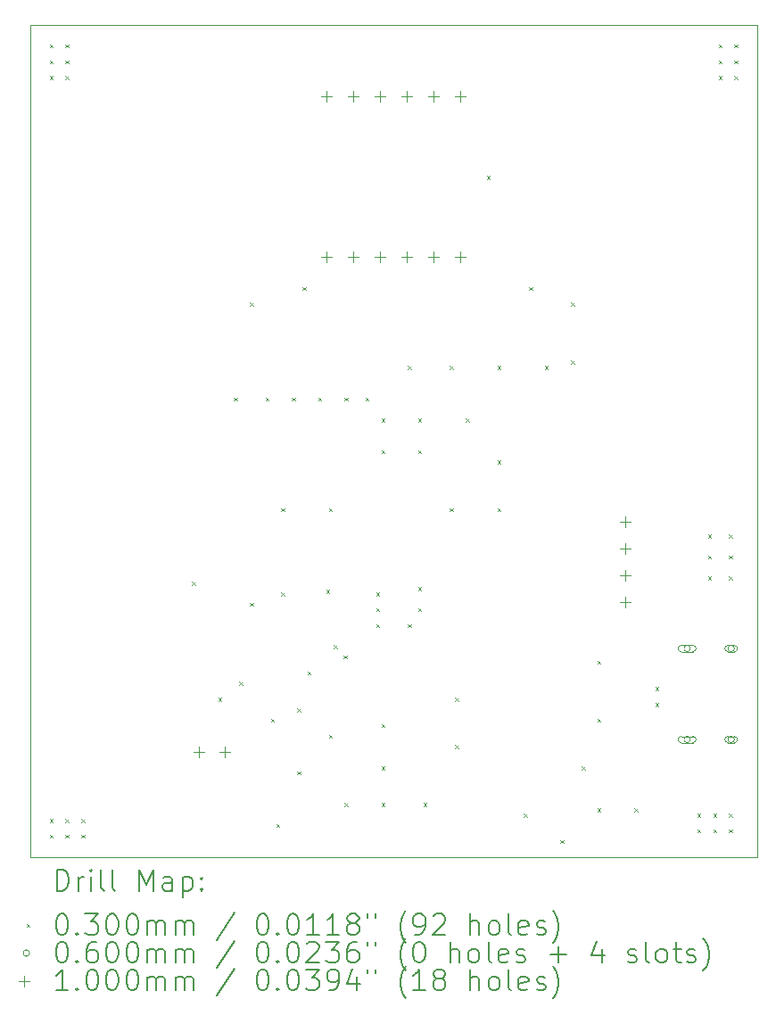
<source format=gbr>
%TF.GenerationSoftware,KiCad,Pcbnew,8.0.3*%
%TF.CreationDate,2024-07-18T14:00:02+08:00*%
%TF.ProjectId,NTC,4e54432e-6b69-4636-9164-5f7063625858,rev?*%
%TF.SameCoordinates,Original*%
%TF.FileFunction,Drillmap*%
%TF.FilePolarity,Positive*%
%FSLAX45Y45*%
G04 Gerber Fmt 4.5, Leading zero omitted, Abs format (unit mm)*
G04 Created by KiCad (PCBNEW 8.0.3) date 2024-07-18 14:00:02*
%MOMM*%
%LPD*%
G01*
G04 APERTURE LIST*
%ADD10C,0.100000*%
%ADD11C,0.200000*%
G04 APERTURE END LIST*
D10*
X18450000Y-5000000D02*
X18450000Y-12900000D01*
X11550000Y-5000000D02*
X18450000Y-5000000D01*
X11550000Y-5000000D02*
X11550000Y-12900000D01*
X18450000Y-12900000D02*
X11550000Y-12900000D01*
D11*
D10*
X11735000Y-5185000D02*
X11765000Y-5215000D01*
X11765000Y-5185000D02*
X11735000Y-5215000D01*
X11735000Y-5335000D02*
X11765000Y-5365000D01*
X11765000Y-5335000D02*
X11735000Y-5365000D01*
X11735000Y-5485000D02*
X11765000Y-5515000D01*
X11765000Y-5485000D02*
X11735000Y-5515000D01*
X11735000Y-12535000D02*
X11765000Y-12565000D01*
X11765000Y-12535000D02*
X11735000Y-12565000D01*
X11735000Y-12685000D02*
X11765000Y-12715000D01*
X11765000Y-12685000D02*
X11735000Y-12715000D01*
X11885000Y-5185000D02*
X11915000Y-5215000D01*
X11915000Y-5185000D02*
X11885000Y-5215000D01*
X11885000Y-5335000D02*
X11915000Y-5365000D01*
X11915000Y-5335000D02*
X11885000Y-5365000D01*
X11885000Y-5485000D02*
X11915000Y-5515000D01*
X11915000Y-5485000D02*
X11885000Y-5515000D01*
X11885000Y-12535000D02*
X11915000Y-12565000D01*
X11915000Y-12535000D02*
X11885000Y-12565000D01*
X11885000Y-12685000D02*
X11915000Y-12715000D01*
X11915000Y-12685000D02*
X11885000Y-12715000D01*
X12035000Y-12535000D02*
X12065000Y-12565000D01*
X12065000Y-12535000D02*
X12035000Y-12565000D01*
X12035000Y-12685000D02*
X12065000Y-12715000D01*
X12065000Y-12685000D02*
X12035000Y-12715000D01*
X13085000Y-10285000D02*
X13115000Y-10315000D01*
X13115000Y-10285000D02*
X13085000Y-10315000D01*
X13335000Y-11385000D02*
X13365000Y-11415000D01*
X13365000Y-11385000D02*
X13335000Y-11415000D01*
X13485000Y-8535000D02*
X13515000Y-8565000D01*
X13515000Y-8535000D02*
X13485000Y-8565000D01*
X13535000Y-11235000D02*
X13565000Y-11265000D01*
X13565000Y-11235000D02*
X13535000Y-11265000D01*
X13635000Y-7635000D02*
X13665000Y-7665000D01*
X13665000Y-7635000D02*
X13635000Y-7665000D01*
X13635000Y-10485000D02*
X13665000Y-10515000D01*
X13665000Y-10485000D02*
X13635000Y-10515000D01*
X13785000Y-8535000D02*
X13815000Y-8565000D01*
X13815000Y-8535000D02*
X13785000Y-8565000D01*
X13835000Y-11585000D02*
X13865000Y-11615000D01*
X13865000Y-11585000D02*
X13835000Y-11615000D01*
X13885000Y-12585000D02*
X13915000Y-12615000D01*
X13915000Y-12585000D02*
X13885000Y-12615000D01*
X13935000Y-9585000D02*
X13965000Y-9615000D01*
X13965000Y-9585000D02*
X13935000Y-9615000D01*
X13935000Y-10385000D02*
X13965000Y-10415000D01*
X13965000Y-10385000D02*
X13935000Y-10415000D01*
X14035000Y-8535000D02*
X14065000Y-8565000D01*
X14065000Y-8535000D02*
X14035000Y-8565000D01*
X14085000Y-11485000D02*
X14115000Y-11515000D01*
X14115000Y-11485000D02*
X14085000Y-11515000D01*
X14085000Y-12085000D02*
X14115000Y-12115000D01*
X14115000Y-12085000D02*
X14085000Y-12115000D01*
X14135000Y-7485000D02*
X14165000Y-7515000D01*
X14165000Y-7485000D02*
X14135000Y-7515000D01*
X14185000Y-11135000D02*
X14215000Y-11165000D01*
X14215000Y-11135000D02*
X14185000Y-11165000D01*
X14285000Y-8535000D02*
X14315000Y-8565000D01*
X14315000Y-8535000D02*
X14285000Y-8565000D01*
X14360000Y-10360000D02*
X14390000Y-10390000D01*
X14390000Y-10360000D02*
X14360000Y-10390000D01*
X14385000Y-9585000D02*
X14415000Y-9615000D01*
X14415000Y-9585000D02*
X14385000Y-9615000D01*
X14385000Y-11735000D02*
X14415000Y-11765000D01*
X14415000Y-11735000D02*
X14385000Y-11765000D01*
X14435000Y-10885000D02*
X14465000Y-10915000D01*
X14465000Y-10885000D02*
X14435000Y-10915000D01*
X14525000Y-10985000D02*
X14555000Y-11015000D01*
X14555000Y-10985000D02*
X14525000Y-11015000D01*
X14535000Y-8535000D02*
X14565000Y-8565000D01*
X14565000Y-8535000D02*
X14535000Y-8565000D01*
X14535000Y-12385000D02*
X14565000Y-12415000D01*
X14565000Y-12385000D02*
X14535000Y-12415000D01*
X14735000Y-8535000D02*
X14765000Y-8565000D01*
X14765000Y-8535000D02*
X14735000Y-8565000D01*
X14835000Y-10385000D02*
X14865000Y-10415000D01*
X14865000Y-10385000D02*
X14835000Y-10415000D01*
X14835000Y-10535000D02*
X14865000Y-10565000D01*
X14865000Y-10535000D02*
X14835000Y-10565000D01*
X14835000Y-10685000D02*
X14865000Y-10715000D01*
X14865000Y-10685000D02*
X14835000Y-10715000D01*
X14885000Y-8735000D02*
X14915000Y-8765000D01*
X14915000Y-8735000D02*
X14885000Y-8765000D01*
X14885000Y-9035000D02*
X14915000Y-9065000D01*
X14915000Y-9035000D02*
X14885000Y-9065000D01*
X14885000Y-11635000D02*
X14915000Y-11665000D01*
X14915000Y-11635000D02*
X14885000Y-11665000D01*
X14885000Y-12035000D02*
X14915000Y-12065000D01*
X14915000Y-12035000D02*
X14885000Y-12065000D01*
X14885000Y-12385000D02*
X14915000Y-12415000D01*
X14915000Y-12385000D02*
X14885000Y-12415000D01*
X15135000Y-8235000D02*
X15165000Y-8265000D01*
X15165000Y-8235000D02*
X15135000Y-8265000D01*
X15135000Y-10685000D02*
X15165000Y-10715000D01*
X15165000Y-10685000D02*
X15135000Y-10715000D01*
X15235000Y-8735000D02*
X15265000Y-8765000D01*
X15265000Y-8735000D02*
X15235000Y-8765000D01*
X15235000Y-9035000D02*
X15265000Y-9065000D01*
X15265000Y-9035000D02*
X15235000Y-9065000D01*
X15235000Y-10335000D02*
X15265000Y-10365000D01*
X15265000Y-10335000D02*
X15235000Y-10365000D01*
X15235000Y-10535000D02*
X15265000Y-10565000D01*
X15265000Y-10535000D02*
X15235000Y-10565000D01*
X15285000Y-12385000D02*
X15315000Y-12415000D01*
X15315000Y-12385000D02*
X15285000Y-12415000D01*
X15535000Y-8235000D02*
X15565000Y-8265000D01*
X15565000Y-8235000D02*
X15535000Y-8265000D01*
X15535000Y-9585000D02*
X15565000Y-9615000D01*
X15565000Y-9585000D02*
X15535000Y-9615000D01*
X15585000Y-11385000D02*
X15615000Y-11415000D01*
X15615000Y-11385000D02*
X15585000Y-11415000D01*
X15585000Y-11835000D02*
X15615000Y-11865000D01*
X15615000Y-11835000D02*
X15585000Y-11865000D01*
X15685000Y-8735000D02*
X15715000Y-8765000D01*
X15715000Y-8735000D02*
X15685000Y-8765000D01*
X15885000Y-6431750D02*
X15915000Y-6461750D01*
X15915000Y-6431750D02*
X15885000Y-6461750D01*
X15985000Y-8235000D02*
X16015000Y-8265000D01*
X16015000Y-8235000D02*
X15985000Y-8265000D01*
X15985000Y-9135000D02*
X16015000Y-9165000D01*
X16015000Y-9135000D02*
X15985000Y-9165000D01*
X15985000Y-9585000D02*
X16015000Y-9615000D01*
X16015000Y-9585000D02*
X15985000Y-9615000D01*
X16235000Y-12485000D02*
X16265000Y-12515000D01*
X16265000Y-12485000D02*
X16235000Y-12515000D01*
X16285000Y-7485000D02*
X16315000Y-7515000D01*
X16315000Y-7485000D02*
X16285000Y-7515000D01*
X16435000Y-8235000D02*
X16465000Y-8265000D01*
X16465000Y-8235000D02*
X16435000Y-8265000D01*
X16585000Y-12735000D02*
X16615000Y-12765000D01*
X16615000Y-12735000D02*
X16585000Y-12765000D01*
X16685000Y-7635000D02*
X16715000Y-7665000D01*
X16715000Y-7635000D02*
X16685000Y-7665000D01*
X16685000Y-8185000D02*
X16715000Y-8215000D01*
X16715000Y-8185000D02*
X16685000Y-8215000D01*
X16785000Y-12035000D02*
X16815000Y-12065000D01*
X16815000Y-12035000D02*
X16785000Y-12065000D01*
X16935000Y-11035000D02*
X16965000Y-11065000D01*
X16965000Y-11035000D02*
X16935000Y-11065000D01*
X16935000Y-11585000D02*
X16965000Y-11615000D01*
X16965000Y-11585000D02*
X16935000Y-11615000D01*
X16935000Y-12435000D02*
X16965000Y-12465000D01*
X16965000Y-12435000D02*
X16935000Y-12465000D01*
X17285000Y-12435000D02*
X17315000Y-12465000D01*
X17315000Y-12435000D02*
X17285000Y-12465000D01*
X17485000Y-11285000D02*
X17515000Y-11315000D01*
X17515000Y-11285000D02*
X17485000Y-11315000D01*
X17485000Y-11435000D02*
X17515000Y-11465000D01*
X17515000Y-11435000D02*
X17485000Y-11465000D01*
X17885000Y-12485000D02*
X17915000Y-12515000D01*
X17915000Y-12485000D02*
X17885000Y-12515000D01*
X17885000Y-12635000D02*
X17915000Y-12665000D01*
X17915000Y-12635000D02*
X17885000Y-12665000D01*
X17985000Y-9835000D02*
X18015000Y-9865000D01*
X18015000Y-9835000D02*
X17985000Y-9865000D01*
X17985000Y-10035000D02*
X18015000Y-10065000D01*
X18015000Y-10035000D02*
X17985000Y-10065000D01*
X17985000Y-10235000D02*
X18015000Y-10265000D01*
X18015000Y-10235000D02*
X17985000Y-10265000D01*
X18035000Y-12485000D02*
X18065000Y-12515000D01*
X18065000Y-12485000D02*
X18035000Y-12515000D01*
X18035000Y-12635000D02*
X18065000Y-12665000D01*
X18065000Y-12635000D02*
X18035000Y-12665000D01*
X18085000Y-5185000D02*
X18115000Y-5215000D01*
X18115000Y-5185000D02*
X18085000Y-5215000D01*
X18085000Y-5335000D02*
X18115000Y-5365000D01*
X18115000Y-5335000D02*
X18085000Y-5365000D01*
X18085000Y-5485000D02*
X18115000Y-5515000D01*
X18115000Y-5485000D02*
X18085000Y-5515000D01*
X18185000Y-9835000D02*
X18215000Y-9865000D01*
X18215000Y-9835000D02*
X18185000Y-9865000D01*
X18185000Y-10035000D02*
X18215000Y-10065000D01*
X18215000Y-10035000D02*
X18185000Y-10065000D01*
X18185000Y-10235000D02*
X18215000Y-10265000D01*
X18215000Y-10235000D02*
X18185000Y-10265000D01*
X18185000Y-12485000D02*
X18215000Y-12515000D01*
X18215000Y-12485000D02*
X18185000Y-12515000D01*
X18185000Y-12635000D02*
X18215000Y-12665000D01*
X18215000Y-12635000D02*
X18185000Y-12665000D01*
X18235000Y-5185000D02*
X18265000Y-5215000D01*
X18265000Y-5185000D02*
X18235000Y-5215000D01*
X18235000Y-5335000D02*
X18265000Y-5365000D01*
X18265000Y-5335000D02*
X18235000Y-5365000D01*
X18235000Y-5485000D02*
X18265000Y-5515000D01*
X18265000Y-5485000D02*
X18235000Y-5515000D01*
X17817000Y-10918000D02*
G75*
G02*
X17757000Y-10918000I-30000J0D01*
G01*
X17757000Y-10918000D02*
G75*
G02*
X17817000Y-10918000I30000J0D01*
G01*
X17732000Y-10948000D02*
X17842000Y-10948000D01*
X17842000Y-10888000D02*
G75*
G02*
X17842000Y-10948000I0J-30000D01*
G01*
X17842000Y-10888000D02*
X17732000Y-10888000D01*
X17732000Y-10888000D02*
G75*
G03*
X17732000Y-10948000I0J-30000D01*
G01*
X17817000Y-11782000D02*
G75*
G02*
X17757000Y-11782000I-30000J0D01*
G01*
X17757000Y-11782000D02*
G75*
G02*
X17817000Y-11782000I30000J0D01*
G01*
X17732000Y-11812000D02*
X17842000Y-11812000D01*
X17842000Y-11752000D02*
G75*
G02*
X17842000Y-11812000I0J-30000D01*
G01*
X17842000Y-11752000D02*
X17732000Y-11752000D01*
X17732000Y-11752000D02*
G75*
G03*
X17732000Y-11812000I0J-30000D01*
G01*
X18235000Y-10918000D02*
G75*
G02*
X18175000Y-10918000I-30000J0D01*
G01*
X18175000Y-10918000D02*
G75*
G02*
X18235000Y-10918000I30000J0D01*
G01*
X18175000Y-10948000D02*
X18235000Y-10948000D01*
X18235000Y-10888000D02*
G75*
G02*
X18235000Y-10948000I0J-30000D01*
G01*
X18235000Y-10888000D02*
X18175000Y-10888000D01*
X18175000Y-10888000D02*
G75*
G03*
X18175000Y-10948000I0J-30000D01*
G01*
X18235000Y-11782000D02*
G75*
G02*
X18175000Y-11782000I-30000J0D01*
G01*
X18175000Y-11782000D02*
G75*
G02*
X18235000Y-11782000I30000J0D01*
G01*
X18175000Y-11812000D02*
X18235000Y-11812000D01*
X18235000Y-11752000D02*
G75*
G02*
X18235000Y-11812000I0J-30000D01*
G01*
X18235000Y-11752000D02*
X18175000Y-11752000D01*
X18175000Y-11752000D02*
G75*
G03*
X18175000Y-11812000I0J-30000D01*
G01*
X13150000Y-11850000D02*
X13150000Y-11950000D01*
X13100000Y-11900000D02*
X13200000Y-11900000D01*
X13400000Y-11850000D02*
X13400000Y-11950000D01*
X13350000Y-11900000D02*
X13450000Y-11900000D01*
X14365000Y-5623750D02*
X14365000Y-5723750D01*
X14315000Y-5673750D02*
X14415000Y-5673750D01*
X14365000Y-7147750D02*
X14365000Y-7247750D01*
X14315000Y-7197750D02*
X14415000Y-7197750D01*
X14619000Y-5623750D02*
X14619000Y-5723750D01*
X14569000Y-5673750D02*
X14669000Y-5673750D01*
X14619000Y-7147750D02*
X14619000Y-7247750D01*
X14569000Y-7197750D02*
X14669000Y-7197750D01*
X14873000Y-5623750D02*
X14873000Y-5723750D01*
X14823000Y-5673750D02*
X14923000Y-5673750D01*
X14873000Y-7147750D02*
X14873000Y-7247750D01*
X14823000Y-7197750D02*
X14923000Y-7197750D01*
X15127000Y-5623750D02*
X15127000Y-5723750D01*
X15077000Y-5673750D02*
X15177000Y-5673750D01*
X15127000Y-7147750D02*
X15127000Y-7247750D01*
X15077000Y-7197750D02*
X15177000Y-7197750D01*
X15381000Y-5623750D02*
X15381000Y-5723750D01*
X15331000Y-5673750D02*
X15431000Y-5673750D01*
X15381000Y-7147750D02*
X15381000Y-7247750D01*
X15331000Y-7197750D02*
X15431000Y-7197750D01*
X15635000Y-5623750D02*
X15635000Y-5723750D01*
X15585000Y-5673750D02*
X15685000Y-5673750D01*
X15635000Y-7147750D02*
X15635000Y-7247750D01*
X15585000Y-7197750D02*
X15685000Y-7197750D01*
X17200000Y-9668000D02*
X17200000Y-9768000D01*
X17150000Y-9718000D02*
X17250000Y-9718000D01*
X17200000Y-9922000D02*
X17200000Y-10022000D01*
X17150000Y-9972000D02*
X17250000Y-9972000D01*
X17200000Y-10176000D02*
X17200000Y-10276000D01*
X17150000Y-10226000D02*
X17250000Y-10226000D01*
X17200000Y-10430000D02*
X17200000Y-10530000D01*
X17150000Y-10480000D02*
X17250000Y-10480000D01*
D11*
X11805777Y-13216484D02*
X11805777Y-13016484D01*
X11805777Y-13016484D02*
X11853396Y-13016484D01*
X11853396Y-13016484D02*
X11881967Y-13026008D01*
X11881967Y-13026008D02*
X11901015Y-13045055D01*
X11901015Y-13045055D02*
X11910539Y-13064103D01*
X11910539Y-13064103D02*
X11920062Y-13102198D01*
X11920062Y-13102198D02*
X11920062Y-13130769D01*
X11920062Y-13130769D02*
X11910539Y-13168865D01*
X11910539Y-13168865D02*
X11901015Y-13187912D01*
X11901015Y-13187912D02*
X11881967Y-13206960D01*
X11881967Y-13206960D02*
X11853396Y-13216484D01*
X11853396Y-13216484D02*
X11805777Y-13216484D01*
X12005777Y-13216484D02*
X12005777Y-13083150D01*
X12005777Y-13121246D02*
X12015301Y-13102198D01*
X12015301Y-13102198D02*
X12024824Y-13092674D01*
X12024824Y-13092674D02*
X12043872Y-13083150D01*
X12043872Y-13083150D02*
X12062920Y-13083150D01*
X12129586Y-13216484D02*
X12129586Y-13083150D01*
X12129586Y-13016484D02*
X12120062Y-13026008D01*
X12120062Y-13026008D02*
X12129586Y-13035531D01*
X12129586Y-13035531D02*
X12139110Y-13026008D01*
X12139110Y-13026008D02*
X12129586Y-13016484D01*
X12129586Y-13016484D02*
X12129586Y-13035531D01*
X12253396Y-13216484D02*
X12234348Y-13206960D01*
X12234348Y-13206960D02*
X12224824Y-13187912D01*
X12224824Y-13187912D02*
X12224824Y-13016484D01*
X12358158Y-13216484D02*
X12339110Y-13206960D01*
X12339110Y-13206960D02*
X12329586Y-13187912D01*
X12329586Y-13187912D02*
X12329586Y-13016484D01*
X12586729Y-13216484D02*
X12586729Y-13016484D01*
X12586729Y-13016484D02*
X12653396Y-13159341D01*
X12653396Y-13159341D02*
X12720062Y-13016484D01*
X12720062Y-13016484D02*
X12720062Y-13216484D01*
X12901015Y-13216484D02*
X12901015Y-13111722D01*
X12901015Y-13111722D02*
X12891491Y-13092674D01*
X12891491Y-13092674D02*
X12872443Y-13083150D01*
X12872443Y-13083150D02*
X12834348Y-13083150D01*
X12834348Y-13083150D02*
X12815301Y-13092674D01*
X12901015Y-13206960D02*
X12881967Y-13216484D01*
X12881967Y-13216484D02*
X12834348Y-13216484D01*
X12834348Y-13216484D02*
X12815301Y-13206960D01*
X12815301Y-13206960D02*
X12805777Y-13187912D01*
X12805777Y-13187912D02*
X12805777Y-13168865D01*
X12805777Y-13168865D02*
X12815301Y-13149817D01*
X12815301Y-13149817D02*
X12834348Y-13140293D01*
X12834348Y-13140293D02*
X12881967Y-13140293D01*
X12881967Y-13140293D02*
X12901015Y-13130769D01*
X12996253Y-13083150D02*
X12996253Y-13283150D01*
X12996253Y-13092674D02*
X13015301Y-13083150D01*
X13015301Y-13083150D02*
X13053396Y-13083150D01*
X13053396Y-13083150D02*
X13072443Y-13092674D01*
X13072443Y-13092674D02*
X13081967Y-13102198D01*
X13081967Y-13102198D02*
X13091491Y-13121246D01*
X13091491Y-13121246D02*
X13091491Y-13178388D01*
X13091491Y-13178388D02*
X13081967Y-13197436D01*
X13081967Y-13197436D02*
X13072443Y-13206960D01*
X13072443Y-13206960D02*
X13053396Y-13216484D01*
X13053396Y-13216484D02*
X13015301Y-13216484D01*
X13015301Y-13216484D02*
X12996253Y-13206960D01*
X13177205Y-13197436D02*
X13186729Y-13206960D01*
X13186729Y-13206960D02*
X13177205Y-13216484D01*
X13177205Y-13216484D02*
X13167682Y-13206960D01*
X13167682Y-13206960D02*
X13177205Y-13197436D01*
X13177205Y-13197436D02*
X13177205Y-13216484D01*
X13177205Y-13092674D02*
X13186729Y-13102198D01*
X13186729Y-13102198D02*
X13177205Y-13111722D01*
X13177205Y-13111722D02*
X13167682Y-13102198D01*
X13167682Y-13102198D02*
X13177205Y-13092674D01*
X13177205Y-13092674D02*
X13177205Y-13111722D01*
D10*
X11515000Y-13530000D02*
X11545000Y-13560000D01*
X11545000Y-13530000D02*
X11515000Y-13560000D01*
D11*
X11843872Y-13436484D02*
X11862920Y-13436484D01*
X11862920Y-13436484D02*
X11881967Y-13446008D01*
X11881967Y-13446008D02*
X11891491Y-13455531D01*
X11891491Y-13455531D02*
X11901015Y-13474579D01*
X11901015Y-13474579D02*
X11910539Y-13512674D01*
X11910539Y-13512674D02*
X11910539Y-13560293D01*
X11910539Y-13560293D02*
X11901015Y-13598388D01*
X11901015Y-13598388D02*
X11891491Y-13617436D01*
X11891491Y-13617436D02*
X11881967Y-13626960D01*
X11881967Y-13626960D02*
X11862920Y-13636484D01*
X11862920Y-13636484D02*
X11843872Y-13636484D01*
X11843872Y-13636484D02*
X11824824Y-13626960D01*
X11824824Y-13626960D02*
X11815301Y-13617436D01*
X11815301Y-13617436D02*
X11805777Y-13598388D01*
X11805777Y-13598388D02*
X11796253Y-13560293D01*
X11796253Y-13560293D02*
X11796253Y-13512674D01*
X11796253Y-13512674D02*
X11805777Y-13474579D01*
X11805777Y-13474579D02*
X11815301Y-13455531D01*
X11815301Y-13455531D02*
X11824824Y-13446008D01*
X11824824Y-13446008D02*
X11843872Y-13436484D01*
X11996253Y-13617436D02*
X12005777Y-13626960D01*
X12005777Y-13626960D02*
X11996253Y-13636484D01*
X11996253Y-13636484D02*
X11986729Y-13626960D01*
X11986729Y-13626960D02*
X11996253Y-13617436D01*
X11996253Y-13617436D02*
X11996253Y-13636484D01*
X12072443Y-13436484D02*
X12196253Y-13436484D01*
X12196253Y-13436484D02*
X12129586Y-13512674D01*
X12129586Y-13512674D02*
X12158158Y-13512674D01*
X12158158Y-13512674D02*
X12177205Y-13522198D01*
X12177205Y-13522198D02*
X12186729Y-13531722D01*
X12186729Y-13531722D02*
X12196253Y-13550769D01*
X12196253Y-13550769D02*
X12196253Y-13598388D01*
X12196253Y-13598388D02*
X12186729Y-13617436D01*
X12186729Y-13617436D02*
X12177205Y-13626960D01*
X12177205Y-13626960D02*
X12158158Y-13636484D01*
X12158158Y-13636484D02*
X12101015Y-13636484D01*
X12101015Y-13636484D02*
X12081967Y-13626960D01*
X12081967Y-13626960D02*
X12072443Y-13617436D01*
X12320062Y-13436484D02*
X12339110Y-13436484D01*
X12339110Y-13436484D02*
X12358158Y-13446008D01*
X12358158Y-13446008D02*
X12367682Y-13455531D01*
X12367682Y-13455531D02*
X12377205Y-13474579D01*
X12377205Y-13474579D02*
X12386729Y-13512674D01*
X12386729Y-13512674D02*
X12386729Y-13560293D01*
X12386729Y-13560293D02*
X12377205Y-13598388D01*
X12377205Y-13598388D02*
X12367682Y-13617436D01*
X12367682Y-13617436D02*
X12358158Y-13626960D01*
X12358158Y-13626960D02*
X12339110Y-13636484D01*
X12339110Y-13636484D02*
X12320062Y-13636484D01*
X12320062Y-13636484D02*
X12301015Y-13626960D01*
X12301015Y-13626960D02*
X12291491Y-13617436D01*
X12291491Y-13617436D02*
X12281967Y-13598388D01*
X12281967Y-13598388D02*
X12272443Y-13560293D01*
X12272443Y-13560293D02*
X12272443Y-13512674D01*
X12272443Y-13512674D02*
X12281967Y-13474579D01*
X12281967Y-13474579D02*
X12291491Y-13455531D01*
X12291491Y-13455531D02*
X12301015Y-13446008D01*
X12301015Y-13446008D02*
X12320062Y-13436484D01*
X12510539Y-13436484D02*
X12529586Y-13436484D01*
X12529586Y-13436484D02*
X12548634Y-13446008D01*
X12548634Y-13446008D02*
X12558158Y-13455531D01*
X12558158Y-13455531D02*
X12567682Y-13474579D01*
X12567682Y-13474579D02*
X12577205Y-13512674D01*
X12577205Y-13512674D02*
X12577205Y-13560293D01*
X12577205Y-13560293D02*
X12567682Y-13598388D01*
X12567682Y-13598388D02*
X12558158Y-13617436D01*
X12558158Y-13617436D02*
X12548634Y-13626960D01*
X12548634Y-13626960D02*
X12529586Y-13636484D01*
X12529586Y-13636484D02*
X12510539Y-13636484D01*
X12510539Y-13636484D02*
X12491491Y-13626960D01*
X12491491Y-13626960D02*
X12481967Y-13617436D01*
X12481967Y-13617436D02*
X12472443Y-13598388D01*
X12472443Y-13598388D02*
X12462920Y-13560293D01*
X12462920Y-13560293D02*
X12462920Y-13512674D01*
X12462920Y-13512674D02*
X12472443Y-13474579D01*
X12472443Y-13474579D02*
X12481967Y-13455531D01*
X12481967Y-13455531D02*
X12491491Y-13446008D01*
X12491491Y-13446008D02*
X12510539Y-13436484D01*
X12662920Y-13636484D02*
X12662920Y-13503150D01*
X12662920Y-13522198D02*
X12672443Y-13512674D01*
X12672443Y-13512674D02*
X12691491Y-13503150D01*
X12691491Y-13503150D02*
X12720063Y-13503150D01*
X12720063Y-13503150D02*
X12739110Y-13512674D01*
X12739110Y-13512674D02*
X12748634Y-13531722D01*
X12748634Y-13531722D02*
X12748634Y-13636484D01*
X12748634Y-13531722D02*
X12758158Y-13512674D01*
X12758158Y-13512674D02*
X12777205Y-13503150D01*
X12777205Y-13503150D02*
X12805777Y-13503150D01*
X12805777Y-13503150D02*
X12824824Y-13512674D01*
X12824824Y-13512674D02*
X12834348Y-13531722D01*
X12834348Y-13531722D02*
X12834348Y-13636484D01*
X12929586Y-13636484D02*
X12929586Y-13503150D01*
X12929586Y-13522198D02*
X12939110Y-13512674D01*
X12939110Y-13512674D02*
X12958158Y-13503150D01*
X12958158Y-13503150D02*
X12986729Y-13503150D01*
X12986729Y-13503150D02*
X13005777Y-13512674D01*
X13005777Y-13512674D02*
X13015301Y-13531722D01*
X13015301Y-13531722D02*
X13015301Y-13636484D01*
X13015301Y-13531722D02*
X13024824Y-13512674D01*
X13024824Y-13512674D02*
X13043872Y-13503150D01*
X13043872Y-13503150D02*
X13072443Y-13503150D01*
X13072443Y-13503150D02*
X13091491Y-13512674D01*
X13091491Y-13512674D02*
X13101015Y-13531722D01*
X13101015Y-13531722D02*
X13101015Y-13636484D01*
X13491491Y-13426960D02*
X13320063Y-13684103D01*
X13748634Y-13436484D02*
X13767682Y-13436484D01*
X13767682Y-13436484D02*
X13786729Y-13446008D01*
X13786729Y-13446008D02*
X13796253Y-13455531D01*
X13796253Y-13455531D02*
X13805777Y-13474579D01*
X13805777Y-13474579D02*
X13815301Y-13512674D01*
X13815301Y-13512674D02*
X13815301Y-13560293D01*
X13815301Y-13560293D02*
X13805777Y-13598388D01*
X13805777Y-13598388D02*
X13796253Y-13617436D01*
X13796253Y-13617436D02*
X13786729Y-13626960D01*
X13786729Y-13626960D02*
X13767682Y-13636484D01*
X13767682Y-13636484D02*
X13748634Y-13636484D01*
X13748634Y-13636484D02*
X13729586Y-13626960D01*
X13729586Y-13626960D02*
X13720063Y-13617436D01*
X13720063Y-13617436D02*
X13710539Y-13598388D01*
X13710539Y-13598388D02*
X13701015Y-13560293D01*
X13701015Y-13560293D02*
X13701015Y-13512674D01*
X13701015Y-13512674D02*
X13710539Y-13474579D01*
X13710539Y-13474579D02*
X13720063Y-13455531D01*
X13720063Y-13455531D02*
X13729586Y-13446008D01*
X13729586Y-13446008D02*
X13748634Y-13436484D01*
X13901015Y-13617436D02*
X13910539Y-13626960D01*
X13910539Y-13626960D02*
X13901015Y-13636484D01*
X13901015Y-13636484D02*
X13891491Y-13626960D01*
X13891491Y-13626960D02*
X13901015Y-13617436D01*
X13901015Y-13617436D02*
X13901015Y-13636484D01*
X14034348Y-13436484D02*
X14053396Y-13436484D01*
X14053396Y-13436484D02*
X14072444Y-13446008D01*
X14072444Y-13446008D02*
X14081967Y-13455531D01*
X14081967Y-13455531D02*
X14091491Y-13474579D01*
X14091491Y-13474579D02*
X14101015Y-13512674D01*
X14101015Y-13512674D02*
X14101015Y-13560293D01*
X14101015Y-13560293D02*
X14091491Y-13598388D01*
X14091491Y-13598388D02*
X14081967Y-13617436D01*
X14081967Y-13617436D02*
X14072444Y-13626960D01*
X14072444Y-13626960D02*
X14053396Y-13636484D01*
X14053396Y-13636484D02*
X14034348Y-13636484D01*
X14034348Y-13636484D02*
X14015301Y-13626960D01*
X14015301Y-13626960D02*
X14005777Y-13617436D01*
X14005777Y-13617436D02*
X13996253Y-13598388D01*
X13996253Y-13598388D02*
X13986729Y-13560293D01*
X13986729Y-13560293D02*
X13986729Y-13512674D01*
X13986729Y-13512674D02*
X13996253Y-13474579D01*
X13996253Y-13474579D02*
X14005777Y-13455531D01*
X14005777Y-13455531D02*
X14015301Y-13446008D01*
X14015301Y-13446008D02*
X14034348Y-13436484D01*
X14291491Y-13636484D02*
X14177206Y-13636484D01*
X14234348Y-13636484D02*
X14234348Y-13436484D01*
X14234348Y-13436484D02*
X14215301Y-13465055D01*
X14215301Y-13465055D02*
X14196253Y-13484103D01*
X14196253Y-13484103D02*
X14177206Y-13493627D01*
X14481967Y-13636484D02*
X14367682Y-13636484D01*
X14424825Y-13636484D02*
X14424825Y-13436484D01*
X14424825Y-13436484D02*
X14405777Y-13465055D01*
X14405777Y-13465055D02*
X14386729Y-13484103D01*
X14386729Y-13484103D02*
X14367682Y-13493627D01*
X14596253Y-13522198D02*
X14577206Y-13512674D01*
X14577206Y-13512674D02*
X14567682Y-13503150D01*
X14567682Y-13503150D02*
X14558158Y-13484103D01*
X14558158Y-13484103D02*
X14558158Y-13474579D01*
X14558158Y-13474579D02*
X14567682Y-13455531D01*
X14567682Y-13455531D02*
X14577206Y-13446008D01*
X14577206Y-13446008D02*
X14596253Y-13436484D01*
X14596253Y-13436484D02*
X14634348Y-13436484D01*
X14634348Y-13436484D02*
X14653396Y-13446008D01*
X14653396Y-13446008D02*
X14662920Y-13455531D01*
X14662920Y-13455531D02*
X14672444Y-13474579D01*
X14672444Y-13474579D02*
X14672444Y-13484103D01*
X14672444Y-13484103D02*
X14662920Y-13503150D01*
X14662920Y-13503150D02*
X14653396Y-13512674D01*
X14653396Y-13512674D02*
X14634348Y-13522198D01*
X14634348Y-13522198D02*
X14596253Y-13522198D01*
X14596253Y-13522198D02*
X14577206Y-13531722D01*
X14577206Y-13531722D02*
X14567682Y-13541246D01*
X14567682Y-13541246D02*
X14558158Y-13560293D01*
X14558158Y-13560293D02*
X14558158Y-13598388D01*
X14558158Y-13598388D02*
X14567682Y-13617436D01*
X14567682Y-13617436D02*
X14577206Y-13626960D01*
X14577206Y-13626960D02*
X14596253Y-13636484D01*
X14596253Y-13636484D02*
X14634348Y-13636484D01*
X14634348Y-13636484D02*
X14653396Y-13626960D01*
X14653396Y-13626960D02*
X14662920Y-13617436D01*
X14662920Y-13617436D02*
X14672444Y-13598388D01*
X14672444Y-13598388D02*
X14672444Y-13560293D01*
X14672444Y-13560293D02*
X14662920Y-13541246D01*
X14662920Y-13541246D02*
X14653396Y-13531722D01*
X14653396Y-13531722D02*
X14634348Y-13522198D01*
X14748634Y-13436484D02*
X14748634Y-13474579D01*
X14824825Y-13436484D02*
X14824825Y-13474579D01*
X15120063Y-13712674D02*
X15110539Y-13703150D01*
X15110539Y-13703150D02*
X15091491Y-13674579D01*
X15091491Y-13674579D02*
X15081968Y-13655531D01*
X15081968Y-13655531D02*
X15072444Y-13626960D01*
X15072444Y-13626960D02*
X15062920Y-13579341D01*
X15062920Y-13579341D02*
X15062920Y-13541246D01*
X15062920Y-13541246D02*
X15072444Y-13493627D01*
X15072444Y-13493627D02*
X15081968Y-13465055D01*
X15081968Y-13465055D02*
X15091491Y-13446008D01*
X15091491Y-13446008D02*
X15110539Y-13417436D01*
X15110539Y-13417436D02*
X15120063Y-13407912D01*
X15205777Y-13636484D02*
X15243872Y-13636484D01*
X15243872Y-13636484D02*
X15262920Y-13626960D01*
X15262920Y-13626960D02*
X15272444Y-13617436D01*
X15272444Y-13617436D02*
X15291491Y-13588865D01*
X15291491Y-13588865D02*
X15301015Y-13550769D01*
X15301015Y-13550769D02*
X15301015Y-13474579D01*
X15301015Y-13474579D02*
X15291491Y-13455531D01*
X15291491Y-13455531D02*
X15281968Y-13446008D01*
X15281968Y-13446008D02*
X15262920Y-13436484D01*
X15262920Y-13436484D02*
X15224825Y-13436484D01*
X15224825Y-13436484D02*
X15205777Y-13446008D01*
X15205777Y-13446008D02*
X15196253Y-13455531D01*
X15196253Y-13455531D02*
X15186729Y-13474579D01*
X15186729Y-13474579D02*
X15186729Y-13522198D01*
X15186729Y-13522198D02*
X15196253Y-13541246D01*
X15196253Y-13541246D02*
X15205777Y-13550769D01*
X15205777Y-13550769D02*
X15224825Y-13560293D01*
X15224825Y-13560293D02*
X15262920Y-13560293D01*
X15262920Y-13560293D02*
X15281968Y-13550769D01*
X15281968Y-13550769D02*
X15291491Y-13541246D01*
X15291491Y-13541246D02*
X15301015Y-13522198D01*
X15377206Y-13455531D02*
X15386729Y-13446008D01*
X15386729Y-13446008D02*
X15405777Y-13436484D01*
X15405777Y-13436484D02*
X15453396Y-13436484D01*
X15453396Y-13436484D02*
X15472444Y-13446008D01*
X15472444Y-13446008D02*
X15481968Y-13455531D01*
X15481968Y-13455531D02*
X15491491Y-13474579D01*
X15491491Y-13474579D02*
X15491491Y-13493627D01*
X15491491Y-13493627D02*
X15481968Y-13522198D01*
X15481968Y-13522198D02*
X15367682Y-13636484D01*
X15367682Y-13636484D02*
X15491491Y-13636484D01*
X15729587Y-13636484D02*
X15729587Y-13436484D01*
X15815301Y-13636484D02*
X15815301Y-13531722D01*
X15815301Y-13531722D02*
X15805777Y-13512674D01*
X15805777Y-13512674D02*
X15786730Y-13503150D01*
X15786730Y-13503150D02*
X15758158Y-13503150D01*
X15758158Y-13503150D02*
X15739110Y-13512674D01*
X15739110Y-13512674D02*
X15729587Y-13522198D01*
X15939110Y-13636484D02*
X15920063Y-13626960D01*
X15920063Y-13626960D02*
X15910539Y-13617436D01*
X15910539Y-13617436D02*
X15901015Y-13598388D01*
X15901015Y-13598388D02*
X15901015Y-13541246D01*
X15901015Y-13541246D02*
X15910539Y-13522198D01*
X15910539Y-13522198D02*
X15920063Y-13512674D01*
X15920063Y-13512674D02*
X15939110Y-13503150D01*
X15939110Y-13503150D02*
X15967682Y-13503150D01*
X15967682Y-13503150D02*
X15986730Y-13512674D01*
X15986730Y-13512674D02*
X15996253Y-13522198D01*
X15996253Y-13522198D02*
X16005777Y-13541246D01*
X16005777Y-13541246D02*
X16005777Y-13598388D01*
X16005777Y-13598388D02*
X15996253Y-13617436D01*
X15996253Y-13617436D02*
X15986730Y-13626960D01*
X15986730Y-13626960D02*
X15967682Y-13636484D01*
X15967682Y-13636484D02*
X15939110Y-13636484D01*
X16120063Y-13636484D02*
X16101015Y-13626960D01*
X16101015Y-13626960D02*
X16091491Y-13607912D01*
X16091491Y-13607912D02*
X16091491Y-13436484D01*
X16272444Y-13626960D02*
X16253396Y-13636484D01*
X16253396Y-13636484D02*
X16215301Y-13636484D01*
X16215301Y-13636484D02*
X16196253Y-13626960D01*
X16196253Y-13626960D02*
X16186730Y-13607912D01*
X16186730Y-13607912D02*
X16186730Y-13531722D01*
X16186730Y-13531722D02*
X16196253Y-13512674D01*
X16196253Y-13512674D02*
X16215301Y-13503150D01*
X16215301Y-13503150D02*
X16253396Y-13503150D01*
X16253396Y-13503150D02*
X16272444Y-13512674D01*
X16272444Y-13512674D02*
X16281968Y-13531722D01*
X16281968Y-13531722D02*
X16281968Y-13550769D01*
X16281968Y-13550769D02*
X16186730Y-13569817D01*
X16358158Y-13626960D02*
X16377206Y-13636484D01*
X16377206Y-13636484D02*
X16415301Y-13636484D01*
X16415301Y-13636484D02*
X16434349Y-13626960D01*
X16434349Y-13626960D02*
X16443872Y-13607912D01*
X16443872Y-13607912D02*
X16443872Y-13598388D01*
X16443872Y-13598388D02*
X16434349Y-13579341D01*
X16434349Y-13579341D02*
X16415301Y-13569817D01*
X16415301Y-13569817D02*
X16386730Y-13569817D01*
X16386730Y-13569817D02*
X16367682Y-13560293D01*
X16367682Y-13560293D02*
X16358158Y-13541246D01*
X16358158Y-13541246D02*
X16358158Y-13531722D01*
X16358158Y-13531722D02*
X16367682Y-13512674D01*
X16367682Y-13512674D02*
X16386730Y-13503150D01*
X16386730Y-13503150D02*
X16415301Y-13503150D01*
X16415301Y-13503150D02*
X16434349Y-13512674D01*
X16510539Y-13712674D02*
X16520063Y-13703150D01*
X16520063Y-13703150D02*
X16539111Y-13674579D01*
X16539111Y-13674579D02*
X16548634Y-13655531D01*
X16548634Y-13655531D02*
X16558158Y-13626960D01*
X16558158Y-13626960D02*
X16567682Y-13579341D01*
X16567682Y-13579341D02*
X16567682Y-13541246D01*
X16567682Y-13541246D02*
X16558158Y-13493627D01*
X16558158Y-13493627D02*
X16548634Y-13465055D01*
X16548634Y-13465055D02*
X16539111Y-13446008D01*
X16539111Y-13446008D02*
X16520063Y-13417436D01*
X16520063Y-13417436D02*
X16510539Y-13407912D01*
D10*
X11545000Y-13809000D02*
G75*
G02*
X11485000Y-13809000I-30000J0D01*
G01*
X11485000Y-13809000D02*
G75*
G02*
X11545000Y-13809000I30000J0D01*
G01*
D11*
X11843872Y-13700484D02*
X11862920Y-13700484D01*
X11862920Y-13700484D02*
X11881967Y-13710008D01*
X11881967Y-13710008D02*
X11891491Y-13719531D01*
X11891491Y-13719531D02*
X11901015Y-13738579D01*
X11901015Y-13738579D02*
X11910539Y-13776674D01*
X11910539Y-13776674D02*
X11910539Y-13824293D01*
X11910539Y-13824293D02*
X11901015Y-13862388D01*
X11901015Y-13862388D02*
X11891491Y-13881436D01*
X11891491Y-13881436D02*
X11881967Y-13890960D01*
X11881967Y-13890960D02*
X11862920Y-13900484D01*
X11862920Y-13900484D02*
X11843872Y-13900484D01*
X11843872Y-13900484D02*
X11824824Y-13890960D01*
X11824824Y-13890960D02*
X11815301Y-13881436D01*
X11815301Y-13881436D02*
X11805777Y-13862388D01*
X11805777Y-13862388D02*
X11796253Y-13824293D01*
X11796253Y-13824293D02*
X11796253Y-13776674D01*
X11796253Y-13776674D02*
X11805777Y-13738579D01*
X11805777Y-13738579D02*
X11815301Y-13719531D01*
X11815301Y-13719531D02*
X11824824Y-13710008D01*
X11824824Y-13710008D02*
X11843872Y-13700484D01*
X11996253Y-13881436D02*
X12005777Y-13890960D01*
X12005777Y-13890960D02*
X11996253Y-13900484D01*
X11996253Y-13900484D02*
X11986729Y-13890960D01*
X11986729Y-13890960D02*
X11996253Y-13881436D01*
X11996253Y-13881436D02*
X11996253Y-13900484D01*
X12177205Y-13700484D02*
X12139110Y-13700484D01*
X12139110Y-13700484D02*
X12120062Y-13710008D01*
X12120062Y-13710008D02*
X12110539Y-13719531D01*
X12110539Y-13719531D02*
X12091491Y-13748103D01*
X12091491Y-13748103D02*
X12081967Y-13786198D01*
X12081967Y-13786198D02*
X12081967Y-13862388D01*
X12081967Y-13862388D02*
X12091491Y-13881436D01*
X12091491Y-13881436D02*
X12101015Y-13890960D01*
X12101015Y-13890960D02*
X12120062Y-13900484D01*
X12120062Y-13900484D02*
X12158158Y-13900484D01*
X12158158Y-13900484D02*
X12177205Y-13890960D01*
X12177205Y-13890960D02*
X12186729Y-13881436D01*
X12186729Y-13881436D02*
X12196253Y-13862388D01*
X12196253Y-13862388D02*
X12196253Y-13814769D01*
X12196253Y-13814769D02*
X12186729Y-13795722D01*
X12186729Y-13795722D02*
X12177205Y-13786198D01*
X12177205Y-13786198D02*
X12158158Y-13776674D01*
X12158158Y-13776674D02*
X12120062Y-13776674D01*
X12120062Y-13776674D02*
X12101015Y-13786198D01*
X12101015Y-13786198D02*
X12091491Y-13795722D01*
X12091491Y-13795722D02*
X12081967Y-13814769D01*
X12320062Y-13700484D02*
X12339110Y-13700484D01*
X12339110Y-13700484D02*
X12358158Y-13710008D01*
X12358158Y-13710008D02*
X12367682Y-13719531D01*
X12367682Y-13719531D02*
X12377205Y-13738579D01*
X12377205Y-13738579D02*
X12386729Y-13776674D01*
X12386729Y-13776674D02*
X12386729Y-13824293D01*
X12386729Y-13824293D02*
X12377205Y-13862388D01*
X12377205Y-13862388D02*
X12367682Y-13881436D01*
X12367682Y-13881436D02*
X12358158Y-13890960D01*
X12358158Y-13890960D02*
X12339110Y-13900484D01*
X12339110Y-13900484D02*
X12320062Y-13900484D01*
X12320062Y-13900484D02*
X12301015Y-13890960D01*
X12301015Y-13890960D02*
X12291491Y-13881436D01*
X12291491Y-13881436D02*
X12281967Y-13862388D01*
X12281967Y-13862388D02*
X12272443Y-13824293D01*
X12272443Y-13824293D02*
X12272443Y-13776674D01*
X12272443Y-13776674D02*
X12281967Y-13738579D01*
X12281967Y-13738579D02*
X12291491Y-13719531D01*
X12291491Y-13719531D02*
X12301015Y-13710008D01*
X12301015Y-13710008D02*
X12320062Y-13700484D01*
X12510539Y-13700484D02*
X12529586Y-13700484D01*
X12529586Y-13700484D02*
X12548634Y-13710008D01*
X12548634Y-13710008D02*
X12558158Y-13719531D01*
X12558158Y-13719531D02*
X12567682Y-13738579D01*
X12567682Y-13738579D02*
X12577205Y-13776674D01*
X12577205Y-13776674D02*
X12577205Y-13824293D01*
X12577205Y-13824293D02*
X12567682Y-13862388D01*
X12567682Y-13862388D02*
X12558158Y-13881436D01*
X12558158Y-13881436D02*
X12548634Y-13890960D01*
X12548634Y-13890960D02*
X12529586Y-13900484D01*
X12529586Y-13900484D02*
X12510539Y-13900484D01*
X12510539Y-13900484D02*
X12491491Y-13890960D01*
X12491491Y-13890960D02*
X12481967Y-13881436D01*
X12481967Y-13881436D02*
X12472443Y-13862388D01*
X12472443Y-13862388D02*
X12462920Y-13824293D01*
X12462920Y-13824293D02*
X12462920Y-13776674D01*
X12462920Y-13776674D02*
X12472443Y-13738579D01*
X12472443Y-13738579D02*
X12481967Y-13719531D01*
X12481967Y-13719531D02*
X12491491Y-13710008D01*
X12491491Y-13710008D02*
X12510539Y-13700484D01*
X12662920Y-13900484D02*
X12662920Y-13767150D01*
X12662920Y-13786198D02*
X12672443Y-13776674D01*
X12672443Y-13776674D02*
X12691491Y-13767150D01*
X12691491Y-13767150D02*
X12720063Y-13767150D01*
X12720063Y-13767150D02*
X12739110Y-13776674D01*
X12739110Y-13776674D02*
X12748634Y-13795722D01*
X12748634Y-13795722D02*
X12748634Y-13900484D01*
X12748634Y-13795722D02*
X12758158Y-13776674D01*
X12758158Y-13776674D02*
X12777205Y-13767150D01*
X12777205Y-13767150D02*
X12805777Y-13767150D01*
X12805777Y-13767150D02*
X12824824Y-13776674D01*
X12824824Y-13776674D02*
X12834348Y-13795722D01*
X12834348Y-13795722D02*
X12834348Y-13900484D01*
X12929586Y-13900484D02*
X12929586Y-13767150D01*
X12929586Y-13786198D02*
X12939110Y-13776674D01*
X12939110Y-13776674D02*
X12958158Y-13767150D01*
X12958158Y-13767150D02*
X12986729Y-13767150D01*
X12986729Y-13767150D02*
X13005777Y-13776674D01*
X13005777Y-13776674D02*
X13015301Y-13795722D01*
X13015301Y-13795722D02*
X13015301Y-13900484D01*
X13015301Y-13795722D02*
X13024824Y-13776674D01*
X13024824Y-13776674D02*
X13043872Y-13767150D01*
X13043872Y-13767150D02*
X13072443Y-13767150D01*
X13072443Y-13767150D02*
X13091491Y-13776674D01*
X13091491Y-13776674D02*
X13101015Y-13795722D01*
X13101015Y-13795722D02*
X13101015Y-13900484D01*
X13491491Y-13690960D02*
X13320063Y-13948103D01*
X13748634Y-13700484D02*
X13767682Y-13700484D01*
X13767682Y-13700484D02*
X13786729Y-13710008D01*
X13786729Y-13710008D02*
X13796253Y-13719531D01*
X13796253Y-13719531D02*
X13805777Y-13738579D01*
X13805777Y-13738579D02*
X13815301Y-13776674D01*
X13815301Y-13776674D02*
X13815301Y-13824293D01*
X13815301Y-13824293D02*
X13805777Y-13862388D01*
X13805777Y-13862388D02*
X13796253Y-13881436D01*
X13796253Y-13881436D02*
X13786729Y-13890960D01*
X13786729Y-13890960D02*
X13767682Y-13900484D01*
X13767682Y-13900484D02*
X13748634Y-13900484D01*
X13748634Y-13900484D02*
X13729586Y-13890960D01*
X13729586Y-13890960D02*
X13720063Y-13881436D01*
X13720063Y-13881436D02*
X13710539Y-13862388D01*
X13710539Y-13862388D02*
X13701015Y-13824293D01*
X13701015Y-13824293D02*
X13701015Y-13776674D01*
X13701015Y-13776674D02*
X13710539Y-13738579D01*
X13710539Y-13738579D02*
X13720063Y-13719531D01*
X13720063Y-13719531D02*
X13729586Y-13710008D01*
X13729586Y-13710008D02*
X13748634Y-13700484D01*
X13901015Y-13881436D02*
X13910539Y-13890960D01*
X13910539Y-13890960D02*
X13901015Y-13900484D01*
X13901015Y-13900484D02*
X13891491Y-13890960D01*
X13891491Y-13890960D02*
X13901015Y-13881436D01*
X13901015Y-13881436D02*
X13901015Y-13900484D01*
X14034348Y-13700484D02*
X14053396Y-13700484D01*
X14053396Y-13700484D02*
X14072444Y-13710008D01*
X14072444Y-13710008D02*
X14081967Y-13719531D01*
X14081967Y-13719531D02*
X14091491Y-13738579D01*
X14091491Y-13738579D02*
X14101015Y-13776674D01*
X14101015Y-13776674D02*
X14101015Y-13824293D01*
X14101015Y-13824293D02*
X14091491Y-13862388D01*
X14091491Y-13862388D02*
X14081967Y-13881436D01*
X14081967Y-13881436D02*
X14072444Y-13890960D01*
X14072444Y-13890960D02*
X14053396Y-13900484D01*
X14053396Y-13900484D02*
X14034348Y-13900484D01*
X14034348Y-13900484D02*
X14015301Y-13890960D01*
X14015301Y-13890960D02*
X14005777Y-13881436D01*
X14005777Y-13881436D02*
X13996253Y-13862388D01*
X13996253Y-13862388D02*
X13986729Y-13824293D01*
X13986729Y-13824293D02*
X13986729Y-13776674D01*
X13986729Y-13776674D02*
X13996253Y-13738579D01*
X13996253Y-13738579D02*
X14005777Y-13719531D01*
X14005777Y-13719531D02*
X14015301Y-13710008D01*
X14015301Y-13710008D02*
X14034348Y-13700484D01*
X14177206Y-13719531D02*
X14186729Y-13710008D01*
X14186729Y-13710008D02*
X14205777Y-13700484D01*
X14205777Y-13700484D02*
X14253396Y-13700484D01*
X14253396Y-13700484D02*
X14272444Y-13710008D01*
X14272444Y-13710008D02*
X14281967Y-13719531D01*
X14281967Y-13719531D02*
X14291491Y-13738579D01*
X14291491Y-13738579D02*
X14291491Y-13757627D01*
X14291491Y-13757627D02*
X14281967Y-13786198D01*
X14281967Y-13786198D02*
X14167682Y-13900484D01*
X14167682Y-13900484D02*
X14291491Y-13900484D01*
X14358158Y-13700484D02*
X14481967Y-13700484D01*
X14481967Y-13700484D02*
X14415301Y-13776674D01*
X14415301Y-13776674D02*
X14443872Y-13776674D01*
X14443872Y-13776674D02*
X14462920Y-13786198D01*
X14462920Y-13786198D02*
X14472444Y-13795722D01*
X14472444Y-13795722D02*
X14481967Y-13814769D01*
X14481967Y-13814769D02*
X14481967Y-13862388D01*
X14481967Y-13862388D02*
X14472444Y-13881436D01*
X14472444Y-13881436D02*
X14462920Y-13890960D01*
X14462920Y-13890960D02*
X14443872Y-13900484D01*
X14443872Y-13900484D02*
X14386729Y-13900484D01*
X14386729Y-13900484D02*
X14367682Y-13890960D01*
X14367682Y-13890960D02*
X14358158Y-13881436D01*
X14653396Y-13700484D02*
X14615301Y-13700484D01*
X14615301Y-13700484D02*
X14596253Y-13710008D01*
X14596253Y-13710008D02*
X14586729Y-13719531D01*
X14586729Y-13719531D02*
X14567682Y-13748103D01*
X14567682Y-13748103D02*
X14558158Y-13786198D01*
X14558158Y-13786198D02*
X14558158Y-13862388D01*
X14558158Y-13862388D02*
X14567682Y-13881436D01*
X14567682Y-13881436D02*
X14577206Y-13890960D01*
X14577206Y-13890960D02*
X14596253Y-13900484D01*
X14596253Y-13900484D02*
X14634348Y-13900484D01*
X14634348Y-13900484D02*
X14653396Y-13890960D01*
X14653396Y-13890960D02*
X14662920Y-13881436D01*
X14662920Y-13881436D02*
X14672444Y-13862388D01*
X14672444Y-13862388D02*
X14672444Y-13814769D01*
X14672444Y-13814769D02*
X14662920Y-13795722D01*
X14662920Y-13795722D02*
X14653396Y-13786198D01*
X14653396Y-13786198D02*
X14634348Y-13776674D01*
X14634348Y-13776674D02*
X14596253Y-13776674D01*
X14596253Y-13776674D02*
X14577206Y-13786198D01*
X14577206Y-13786198D02*
X14567682Y-13795722D01*
X14567682Y-13795722D02*
X14558158Y-13814769D01*
X14748634Y-13700484D02*
X14748634Y-13738579D01*
X14824825Y-13700484D02*
X14824825Y-13738579D01*
X15120063Y-13976674D02*
X15110539Y-13967150D01*
X15110539Y-13967150D02*
X15091491Y-13938579D01*
X15091491Y-13938579D02*
X15081968Y-13919531D01*
X15081968Y-13919531D02*
X15072444Y-13890960D01*
X15072444Y-13890960D02*
X15062920Y-13843341D01*
X15062920Y-13843341D02*
X15062920Y-13805246D01*
X15062920Y-13805246D02*
X15072444Y-13757627D01*
X15072444Y-13757627D02*
X15081968Y-13729055D01*
X15081968Y-13729055D02*
X15091491Y-13710008D01*
X15091491Y-13710008D02*
X15110539Y-13681436D01*
X15110539Y-13681436D02*
X15120063Y-13671912D01*
X15234348Y-13700484D02*
X15253396Y-13700484D01*
X15253396Y-13700484D02*
X15272444Y-13710008D01*
X15272444Y-13710008D02*
X15281968Y-13719531D01*
X15281968Y-13719531D02*
X15291491Y-13738579D01*
X15291491Y-13738579D02*
X15301015Y-13776674D01*
X15301015Y-13776674D02*
X15301015Y-13824293D01*
X15301015Y-13824293D02*
X15291491Y-13862388D01*
X15291491Y-13862388D02*
X15281968Y-13881436D01*
X15281968Y-13881436D02*
X15272444Y-13890960D01*
X15272444Y-13890960D02*
X15253396Y-13900484D01*
X15253396Y-13900484D02*
X15234348Y-13900484D01*
X15234348Y-13900484D02*
X15215301Y-13890960D01*
X15215301Y-13890960D02*
X15205777Y-13881436D01*
X15205777Y-13881436D02*
X15196253Y-13862388D01*
X15196253Y-13862388D02*
X15186729Y-13824293D01*
X15186729Y-13824293D02*
X15186729Y-13776674D01*
X15186729Y-13776674D02*
X15196253Y-13738579D01*
X15196253Y-13738579D02*
X15205777Y-13719531D01*
X15205777Y-13719531D02*
X15215301Y-13710008D01*
X15215301Y-13710008D02*
X15234348Y-13700484D01*
X15539110Y-13900484D02*
X15539110Y-13700484D01*
X15624825Y-13900484D02*
X15624825Y-13795722D01*
X15624825Y-13795722D02*
X15615301Y-13776674D01*
X15615301Y-13776674D02*
X15596253Y-13767150D01*
X15596253Y-13767150D02*
X15567682Y-13767150D01*
X15567682Y-13767150D02*
X15548634Y-13776674D01*
X15548634Y-13776674D02*
X15539110Y-13786198D01*
X15748634Y-13900484D02*
X15729587Y-13890960D01*
X15729587Y-13890960D02*
X15720063Y-13881436D01*
X15720063Y-13881436D02*
X15710539Y-13862388D01*
X15710539Y-13862388D02*
X15710539Y-13805246D01*
X15710539Y-13805246D02*
X15720063Y-13786198D01*
X15720063Y-13786198D02*
X15729587Y-13776674D01*
X15729587Y-13776674D02*
X15748634Y-13767150D01*
X15748634Y-13767150D02*
X15777206Y-13767150D01*
X15777206Y-13767150D02*
X15796253Y-13776674D01*
X15796253Y-13776674D02*
X15805777Y-13786198D01*
X15805777Y-13786198D02*
X15815301Y-13805246D01*
X15815301Y-13805246D02*
X15815301Y-13862388D01*
X15815301Y-13862388D02*
X15805777Y-13881436D01*
X15805777Y-13881436D02*
X15796253Y-13890960D01*
X15796253Y-13890960D02*
X15777206Y-13900484D01*
X15777206Y-13900484D02*
X15748634Y-13900484D01*
X15929587Y-13900484D02*
X15910539Y-13890960D01*
X15910539Y-13890960D02*
X15901015Y-13871912D01*
X15901015Y-13871912D02*
X15901015Y-13700484D01*
X16081968Y-13890960D02*
X16062920Y-13900484D01*
X16062920Y-13900484D02*
X16024825Y-13900484D01*
X16024825Y-13900484D02*
X16005777Y-13890960D01*
X16005777Y-13890960D02*
X15996253Y-13871912D01*
X15996253Y-13871912D02*
X15996253Y-13795722D01*
X15996253Y-13795722D02*
X16005777Y-13776674D01*
X16005777Y-13776674D02*
X16024825Y-13767150D01*
X16024825Y-13767150D02*
X16062920Y-13767150D01*
X16062920Y-13767150D02*
X16081968Y-13776674D01*
X16081968Y-13776674D02*
X16091491Y-13795722D01*
X16091491Y-13795722D02*
X16091491Y-13814769D01*
X16091491Y-13814769D02*
X15996253Y-13833817D01*
X16167682Y-13890960D02*
X16186730Y-13900484D01*
X16186730Y-13900484D02*
X16224825Y-13900484D01*
X16224825Y-13900484D02*
X16243872Y-13890960D01*
X16243872Y-13890960D02*
X16253396Y-13871912D01*
X16253396Y-13871912D02*
X16253396Y-13862388D01*
X16253396Y-13862388D02*
X16243872Y-13843341D01*
X16243872Y-13843341D02*
X16224825Y-13833817D01*
X16224825Y-13833817D02*
X16196253Y-13833817D01*
X16196253Y-13833817D02*
X16177206Y-13824293D01*
X16177206Y-13824293D02*
X16167682Y-13805246D01*
X16167682Y-13805246D02*
X16167682Y-13795722D01*
X16167682Y-13795722D02*
X16177206Y-13776674D01*
X16177206Y-13776674D02*
X16196253Y-13767150D01*
X16196253Y-13767150D02*
X16224825Y-13767150D01*
X16224825Y-13767150D02*
X16243872Y-13776674D01*
X16491492Y-13824293D02*
X16643873Y-13824293D01*
X16567682Y-13900484D02*
X16567682Y-13748103D01*
X16977206Y-13767150D02*
X16977206Y-13900484D01*
X16929587Y-13690960D02*
X16881968Y-13833817D01*
X16881968Y-13833817D02*
X17005777Y-13833817D01*
X17224825Y-13890960D02*
X17243873Y-13900484D01*
X17243873Y-13900484D02*
X17281968Y-13900484D01*
X17281968Y-13900484D02*
X17301016Y-13890960D01*
X17301016Y-13890960D02*
X17310539Y-13871912D01*
X17310539Y-13871912D02*
X17310539Y-13862388D01*
X17310539Y-13862388D02*
X17301016Y-13843341D01*
X17301016Y-13843341D02*
X17281968Y-13833817D01*
X17281968Y-13833817D02*
X17253396Y-13833817D01*
X17253396Y-13833817D02*
X17234349Y-13824293D01*
X17234349Y-13824293D02*
X17224825Y-13805246D01*
X17224825Y-13805246D02*
X17224825Y-13795722D01*
X17224825Y-13795722D02*
X17234349Y-13776674D01*
X17234349Y-13776674D02*
X17253396Y-13767150D01*
X17253396Y-13767150D02*
X17281968Y-13767150D01*
X17281968Y-13767150D02*
X17301016Y-13776674D01*
X17424825Y-13900484D02*
X17405777Y-13890960D01*
X17405777Y-13890960D02*
X17396254Y-13871912D01*
X17396254Y-13871912D02*
X17396254Y-13700484D01*
X17529587Y-13900484D02*
X17510539Y-13890960D01*
X17510539Y-13890960D02*
X17501016Y-13881436D01*
X17501016Y-13881436D02*
X17491492Y-13862388D01*
X17491492Y-13862388D02*
X17491492Y-13805246D01*
X17491492Y-13805246D02*
X17501016Y-13786198D01*
X17501016Y-13786198D02*
X17510539Y-13776674D01*
X17510539Y-13776674D02*
X17529587Y-13767150D01*
X17529587Y-13767150D02*
X17558158Y-13767150D01*
X17558158Y-13767150D02*
X17577206Y-13776674D01*
X17577206Y-13776674D02*
X17586730Y-13786198D01*
X17586730Y-13786198D02*
X17596254Y-13805246D01*
X17596254Y-13805246D02*
X17596254Y-13862388D01*
X17596254Y-13862388D02*
X17586730Y-13881436D01*
X17586730Y-13881436D02*
X17577206Y-13890960D01*
X17577206Y-13890960D02*
X17558158Y-13900484D01*
X17558158Y-13900484D02*
X17529587Y-13900484D01*
X17653397Y-13767150D02*
X17729587Y-13767150D01*
X17681968Y-13700484D02*
X17681968Y-13871912D01*
X17681968Y-13871912D02*
X17691492Y-13890960D01*
X17691492Y-13890960D02*
X17710539Y-13900484D01*
X17710539Y-13900484D02*
X17729587Y-13900484D01*
X17786730Y-13890960D02*
X17805777Y-13900484D01*
X17805777Y-13900484D02*
X17843873Y-13900484D01*
X17843873Y-13900484D02*
X17862920Y-13890960D01*
X17862920Y-13890960D02*
X17872444Y-13871912D01*
X17872444Y-13871912D02*
X17872444Y-13862388D01*
X17872444Y-13862388D02*
X17862920Y-13843341D01*
X17862920Y-13843341D02*
X17843873Y-13833817D01*
X17843873Y-13833817D02*
X17815301Y-13833817D01*
X17815301Y-13833817D02*
X17796254Y-13824293D01*
X17796254Y-13824293D02*
X17786730Y-13805246D01*
X17786730Y-13805246D02*
X17786730Y-13795722D01*
X17786730Y-13795722D02*
X17796254Y-13776674D01*
X17796254Y-13776674D02*
X17815301Y-13767150D01*
X17815301Y-13767150D02*
X17843873Y-13767150D01*
X17843873Y-13767150D02*
X17862920Y-13776674D01*
X17939111Y-13976674D02*
X17948635Y-13967150D01*
X17948635Y-13967150D02*
X17967682Y-13938579D01*
X17967682Y-13938579D02*
X17977206Y-13919531D01*
X17977206Y-13919531D02*
X17986730Y-13890960D01*
X17986730Y-13890960D02*
X17996254Y-13843341D01*
X17996254Y-13843341D02*
X17996254Y-13805246D01*
X17996254Y-13805246D02*
X17986730Y-13757627D01*
X17986730Y-13757627D02*
X17977206Y-13729055D01*
X17977206Y-13729055D02*
X17967682Y-13710008D01*
X17967682Y-13710008D02*
X17948635Y-13681436D01*
X17948635Y-13681436D02*
X17939111Y-13671912D01*
D10*
X11495000Y-14023000D02*
X11495000Y-14123000D01*
X11445000Y-14073000D02*
X11545000Y-14073000D01*
D11*
X11910539Y-14164484D02*
X11796253Y-14164484D01*
X11853396Y-14164484D02*
X11853396Y-13964484D01*
X11853396Y-13964484D02*
X11834348Y-13993055D01*
X11834348Y-13993055D02*
X11815301Y-14012103D01*
X11815301Y-14012103D02*
X11796253Y-14021627D01*
X11996253Y-14145436D02*
X12005777Y-14154960D01*
X12005777Y-14154960D02*
X11996253Y-14164484D01*
X11996253Y-14164484D02*
X11986729Y-14154960D01*
X11986729Y-14154960D02*
X11996253Y-14145436D01*
X11996253Y-14145436D02*
X11996253Y-14164484D01*
X12129586Y-13964484D02*
X12148634Y-13964484D01*
X12148634Y-13964484D02*
X12167682Y-13974008D01*
X12167682Y-13974008D02*
X12177205Y-13983531D01*
X12177205Y-13983531D02*
X12186729Y-14002579D01*
X12186729Y-14002579D02*
X12196253Y-14040674D01*
X12196253Y-14040674D02*
X12196253Y-14088293D01*
X12196253Y-14088293D02*
X12186729Y-14126388D01*
X12186729Y-14126388D02*
X12177205Y-14145436D01*
X12177205Y-14145436D02*
X12167682Y-14154960D01*
X12167682Y-14154960D02*
X12148634Y-14164484D01*
X12148634Y-14164484D02*
X12129586Y-14164484D01*
X12129586Y-14164484D02*
X12110539Y-14154960D01*
X12110539Y-14154960D02*
X12101015Y-14145436D01*
X12101015Y-14145436D02*
X12091491Y-14126388D01*
X12091491Y-14126388D02*
X12081967Y-14088293D01*
X12081967Y-14088293D02*
X12081967Y-14040674D01*
X12081967Y-14040674D02*
X12091491Y-14002579D01*
X12091491Y-14002579D02*
X12101015Y-13983531D01*
X12101015Y-13983531D02*
X12110539Y-13974008D01*
X12110539Y-13974008D02*
X12129586Y-13964484D01*
X12320062Y-13964484D02*
X12339110Y-13964484D01*
X12339110Y-13964484D02*
X12358158Y-13974008D01*
X12358158Y-13974008D02*
X12367682Y-13983531D01*
X12367682Y-13983531D02*
X12377205Y-14002579D01*
X12377205Y-14002579D02*
X12386729Y-14040674D01*
X12386729Y-14040674D02*
X12386729Y-14088293D01*
X12386729Y-14088293D02*
X12377205Y-14126388D01*
X12377205Y-14126388D02*
X12367682Y-14145436D01*
X12367682Y-14145436D02*
X12358158Y-14154960D01*
X12358158Y-14154960D02*
X12339110Y-14164484D01*
X12339110Y-14164484D02*
X12320062Y-14164484D01*
X12320062Y-14164484D02*
X12301015Y-14154960D01*
X12301015Y-14154960D02*
X12291491Y-14145436D01*
X12291491Y-14145436D02*
X12281967Y-14126388D01*
X12281967Y-14126388D02*
X12272443Y-14088293D01*
X12272443Y-14088293D02*
X12272443Y-14040674D01*
X12272443Y-14040674D02*
X12281967Y-14002579D01*
X12281967Y-14002579D02*
X12291491Y-13983531D01*
X12291491Y-13983531D02*
X12301015Y-13974008D01*
X12301015Y-13974008D02*
X12320062Y-13964484D01*
X12510539Y-13964484D02*
X12529586Y-13964484D01*
X12529586Y-13964484D02*
X12548634Y-13974008D01*
X12548634Y-13974008D02*
X12558158Y-13983531D01*
X12558158Y-13983531D02*
X12567682Y-14002579D01*
X12567682Y-14002579D02*
X12577205Y-14040674D01*
X12577205Y-14040674D02*
X12577205Y-14088293D01*
X12577205Y-14088293D02*
X12567682Y-14126388D01*
X12567682Y-14126388D02*
X12558158Y-14145436D01*
X12558158Y-14145436D02*
X12548634Y-14154960D01*
X12548634Y-14154960D02*
X12529586Y-14164484D01*
X12529586Y-14164484D02*
X12510539Y-14164484D01*
X12510539Y-14164484D02*
X12491491Y-14154960D01*
X12491491Y-14154960D02*
X12481967Y-14145436D01*
X12481967Y-14145436D02*
X12472443Y-14126388D01*
X12472443Y-14126388D02*
X12462920Y-14088293D01*
X12462920Y-14088293D02*
X12462920Y-14040674D01*
X12462920Y-14040674D02*
X12472443Y-14002579D01*
X12472443Y-14002579D02*
X12481967Y-13983531D01*
X12481967Y-13983531D02*
X12491491Y-13974008D01*
X12491491Y-13974008D02*
X12510539Y-13964484D01*
X12662920Y-14164484D02*
X12662920Y-14031150D01*
X12662920Y-14050198D02*
X12672443Y-14040674D01*
X12672443Y-14040674D02*
X12691491Y-14031150D01*
X12691491Y-14031150D02*
X12720063Y-14031150D01*
X12720063Y-14031150D02*
X12739110Y-14040674D01*
X12739110Y-14040674D02*
X12748634Y-14059722D01*
X12748634Y-14059722D02*
X12748634Y-14164484D01*
X12748634Y-14059722D02*
X12758158Y-14040674D01*
X12758158Y-14040674D02*
X12777205Y-14031150D01*
X12777205Y-14031150D02*
X12805777Y-14031150D01*
X12805777Y-14031150D02*
X12824824Y-14040674D01*
X12824824Y-14040674D02*
X12834348Y-14059722D01*
X12834348Y-14059722D02*
X12834348Y-14164484D01*
X12929586Y-14164484D02*
X12929586Y-14031150D01*
X12929586Y-14050198D02*
X12939110Y-14040674D01*
X12939110Y-14040674D02*
X12958158Y-14031150D01*
X12958158Y-14031150D02*
X12986729Y-14031150D01*
X12986729Y-14031150D02*
X13005777Y-14040674D01*
X13005777Y-14040674D02*
X13015301Y-14059722D01*
X13015301Y-14059722D02*
X13015301Y-14164484D01*
X13015301Y-14059722D02*
X13024824Y-14040674D01*
X13024824Y-14040674D02*
X13043872Y-14031150D01*
X13043872Y-14031150D02*
X13072443Y-14031150D01*
X13072443Y-14031150D02*
X13091491Y-14040674D01*
X13091491Y-14040674D02*
X13101015Y-14059722D01*
X13101015Y-14059722D02*
X13101015Y-14164484D01*
X13491491Y-13954960D02*
X13320063Y-14212103D01*
X13748634Y-13964484D02*
X13767682Y-13964484D01*
X13767682Y-13964484D02*
X13786729Y-13974008D01*
X13786729Y-13974008D02*
X13796253Y-13983531D01*
X13796253Y-13983531D02*
X13805777Y-14002579D01*
X13805777Y-14002579D02*
X13815301Y-14040674D01*
X13815301Y-14040674D02*
X13815301Y-14088293D01*
X13815301Y-14088293D02*
X13805777Y-14126388D01*
X13805777Y-14126388D02*
X13796253Y-14145436D01*
X13796253Y-14145436D02*
X13786729Y-14154960D01*
X13786729Y-14154960D02*
X13767682Y-14164484D01*
X13767682Y-14164484D02*
X13748634Y-14164484D01*
X13748634Y-14164484D02*
X13729586Y-14154960D01*
X13729586Y-14154960D02*
X13720063Y-14145436D01*
X13720063Y-14145436D02*
X13710539Y-14126388D01*
X13710539Y-14126388D02*
X13701015Y-14088293D01*
X13701015Y-14088293D02*
X13701015Y-14040674D01*
X13701015Y-14040674D02*
X13710539Y-14002579D01*
X13710539Y-14002579D02*
X13720063Y-13983531D01*
X13720063Y-13983531D02*
X13729586Y-13974008D01*
X13729586Y-13974008D02*
X13748634Y-13964484D01*
X13901015Y-14145436D02*
X13910539Y-14154960D01*
X13910539Y-14154960D02*
X13901015Y-14164484D01*
X13901015Y-14164484D02*
X13891491Y-14154960D01*
X13891491Y-14154960D02*
X13901015Y-14145436D01*
X13901015Y-14145436D02*
X13901015Y-14164484D01*
X14034348Y-13964484D02*
X14053396Y-13964484D01*
X14053396Y-13964484D02*
X14072444Y-13974008D01*
X14072444Y-13974008D02*
X14081967Y-13983531D01*
X14081967Y-13983531D02*
X14091491Y-14002579D01*
X14091491Y-14002579D02*
X14101015Y-14040674D01*
X14101015Y-14040674D02*
X14101015Y-14088293D01*
X14101015Y-14088293D02*
X14091491Y-14126388D01*
X14091491Y-14126388D02*
X14081967Y-14145436D01*
X14081967Y-14145436D02*
X14072444Y-14154960D01*
X14072444Y-14154960D02*
X14053396Y-14164484D01*
X14053396Y-14164484D02*
X14034348Y-14164484D01*
X14034348Y-14164484D02*
X14015301Y-14154960D01*
X14015301Y-14154960D02*
X14005777Y-14145436D01*
X14005777Y-14145436D02*
X13996253Y-14126388D01*
X13996253Y-14126388D02*
X13986729Y-14088293D01*
X13986729Y-14088293D02*
X13986729Y-14040674D01*
X13986729Y-14040674D02*
X13996253Y-14002579D01*
X13996253Y-14002579D02*
X14005777Y-13983531D01*
X14005777Y-13983531D02*
X14015301Y-13974008D01*
X14015301Y-13974008D02*
X14034348Y-13964484D01*
X14167682Y-13964484D02*
X14291491Y-13964484D01*
X14291491Y-13964484D02*
X14224825Y-14040674D01*
X14224825Y-14040674D02*
X14253396Y-14040674D01*
X14253396Y-14040674D02*
X14272444Y-14050198D01*
X14272444Y-14050198D02*
X14281967Y-14059722D01*
X14281967Y-14059722D02*
X14291491Y-14078769D01*
X14291491Y-14078769D02*
X14291491Y-14126388D01*
X14291491Y-14126388D02*
X14281967Y-14145436D01*
X14281967Y-14145436D02*
X14272444Y-14154960D01*
X14272444Y-14154960D02*
X14253396Y-14164484D01*
X14253396Y-14164484D02*
X14196253Y-14164484D01*
X14196253Y-14164484D02*
X14177206Y-14154960D01*
X14177206Y-14154960D02*
X14167682Y-14145436D01*
X14386729Y-14164484D02*
X14424825Y-14164484D01*
X14424825Y-14164484D02*
X14443872Y-14154960D01*
X14443872Y-14154960D02*
X14453396Y-14145436D01*
X14453396Y-14145436D02*
X14472444Y-14116865D01*
X14472444Y-14116865D02*
X14481967Y-14078769D01*
X14481967Y-14078769D02*
X14481967Y-14002579D01*
X14481967Y-14002579D02*
X14472444Y-13983531D01*
X14472444Y-13983531D02*
X14462920Y-13974008D01*
X14462920Y-13974008D02*
X14443872Y-13964484D01*
X14443872Y-13964484D02*
X14405777Y-13964484D01*
X14405777Y-13964484D02*
X14386729Y-13974008D01*
X14386729Y-13974008D02*
X14377206Y-13983531D01*
X14377206Y-13983531D02*
X14367682Y-14002579D01*
X14367682Y-14002579D02*
X14367682Y-14050198D01*
X14367682Y-14050198D02*
X14377206Y-14069246D01*
X14377206Y-14069246D02*
X14386729Y-14078769D01*
X14386729Y-14078769D02*
X14405777Y-14088293D01*
X14405777Y-14088293D02*
X14443872Y-14088293D01*
X14443872Y-14088293D02*
X14462920Y-14078769D01*
X14462920Y-14078769D02*
X14472444Y-14069246D01*
X14472444Y-14069246D02*
X14481967Y-14050198D01*
X14653396Y-14031150D02*
X14653396Y-14164484D01*
X14605777Y-13954960D02*
X14558158Y-14097817D01*
X14558158Y-14097817D02*
X14681967Y-14097817D01*
X14748634Y-13964484D02*
X14748634Y-14002579D01*
X14824825Y-13964484D02*
X14824825Y-14002579D01*
X15120063Y-14240674D02*
X15110539Y-14231150D01*
X15110539Y-14231150D02*
X15091491Y-14202579D01*
X15091491Y-14202579D02*
X15081968Y-14183531D01*
X15081968Y-14183531D02*
X15072444Y-14154960D01*
X15072444Y-14154960D02*
X15062920Y-14107341D01*
X15062920Y-14107341D02*
X15062920Y-14069246D01*
X15062920Y-14069246D02*
X15072444Y-14021627D01*
X15072444Y-14021627D02*
X15081968Y-13993055D01*
X15081968Y-13993055D02*
X15091491Y-13974008D01*
X15091491Y-13974008D02*
X15110539Y-13945436D01*
X15110539Y-13945436D02*
X15120063Y-13935912D01*
X15301015Y-14164484D02*
X15186729Y-14164484D01*
X15243872Y-14164484D02*
X15243872Y-13964484D01*
X15243872Y-13964484D02*
X15224825Y-13993055D01*
X15224825Y-13993055D02*
X15205777Y-14012103D01*
X15205777Y-14012103D02*
X15186729Y-14021627D01*
X15415301Y-14050198D02*
X15396253Y-14040674D01*
X15396253Y-14040674D02*
X15386729Y-14031150D01*
X15386729Y-14031150D02*
X15377206Y-14012103D01*
X15377206Y-14012103D02*
X15377206Y-14002579D01*
X15377206Y-14002579D02*
X15386729Y-13983531D01*
X15386729Y-13983531D02*
X15396253Y-13974008D01*
X15396253Y-13974008D02*
X15415301Y-13964484D01*
X15415301Y-13964484D02*
X15453396Y-13964484D01*
X15453396Y-13964484D02*
X15472444Y-13974008D01*
X15472444Y-13974008D02*
X15481968Y-13983531D01*
X15481968Y-13983531D02*
X15491491Y-14002579D01*
X15491491Y-14002579D02*
X15491491Y-14012103D01*
X15491491Y-14012103D02*
X15481968Y-14031150D01*
X15481968Y-14031150D02*
X15472444Y-14040674D01*
X15472444Y-14040674D02*
X15453396Y-14050198D01*
X15453396Y-14050198D02*
X15415301Y-14050198D01*
X15415301Y-14050198D02*
X15396253Y-14059722D01*
X15396253Y-14059722D02*
X15386729Y-14069246D01*
X15386729Y-14069246D02*
X15377206Y-14088293D01*
X15377206Y-14088293D02*
X15377206Y-14126388D01*
X15377206Y-14126388D02*
X15386729Y-14145436D01*
X15386729Y-14145436D02*
X15396253Y-14154960D01*
X15396253Y-14154960D02*
X15415301Y-14164484D01*
X15415301Y-14164484D02*
X15453396Y-14164484D01*
X15453396Y-14164484D02*
X15472444Y-14154960D01*
X15472444Y-14154960D02*
X15481968Y-14145436D01*
X15481968Y-14145436D02*
X15491491Y-14126388D01*
X15491491Y-14126388D02*
X15491491Y-14088293D01*
X15491491Y-14088293D02*
X15481968Y-14069246D01*
X15481968Y-14069246D02*
X15472444Y-14059722D01*
X15472444Y-14059722D02*
X15453396Y-14050198D01*
X15729587Y-14164484D02*
X15729587Y-13964484D01*
X15815301Y-14164484D02*
X15815301Y-14059722D01*
X15815301Y-14059722D02*
X15805777Y-14040674D01*
X15805777Y-14040674D02*
X15786730Y-14031150D01*
X15786730Y-14031150D02*
X15758158Y-14031150D01*
X15758158Y-14031150D02*
X15739110Y-14040674D01*
X15739110Y-14040674D02*
X15729587Y-14050198D01*
X15939110Y-14164484D02*
X15920063Y-14154960D01*
X15920063Y-14154960D02*
X15910539Y-14145436D01*
X15910539Y-14145436D02*
X15901015Y-14126388D01*
X15901015Y-14126388D02*
X15901015Y-14069246D01*
X15901015Y-14069246D02*
X15910539Y-14050198D01*
X15910539Y-14050198D02*
X15920063Y-14040674D01*
X15920063Y-14040674D02*
X15939110Y-14031150D01*
X15939110Y-14031150D02*
X15967682Y-14031150D01*
X15967682Y-14031150D02*
X15986730Y-14040674D01*
X15986730Y-14040674D02*
X15996253Y-14050198D01*
X15996253Y-14050198D02*
X16005777Y-14069246D01*
X16005777Y-14069246D02*
X16005777Y-14126388D01*
X16005777Y-14126388D02*
X15996253Y-14145436D01*
X15996253Y-14145436D02*
X15986730Y-14154960D01*
X15986730Y-14154960D02*
X15967682Y-14164484D01*
X15967682Y-14164484D02*
X15939110Y-14164484D01*
X16120063Y-14164484D02*
X16101015Y-14154960D01*
X16101015Y-14154960D02*
X16091491Y-14135912D01*
X16091491Y-14135912D02*
X16091491Y-13964484D01*
X16272444Y-14154960D02*
X16253396Y-14164484D01*
X16253396Y-14164484D02*
X16215301Y-14164484D01*
X16215301Y-14164484D02*
X16196253Y-14154960D01*
X16196253Y-14154960D02*
X16186730Y-14135912D01*
X16186730Y-14135912D02*
X16186730Y-14059722D01*
X16186730Y-14059722D02*
X16196253Y-14040674D01*
X16196253Y-14040674D02*
X16215301Y-14031150D01*
X16215301Y-14031150D02*
X16253396Y-14031150D01*
X16253396Y-14031150D02*
X16272444Y-14040674D01*
X16272444Y-14040674D02*
X16281968Y-14059722D01*
X16281968Y-14059722D02*
X16281968Y-14078769D01*
X16281968Y-14078769D02*
X16186730Y-14097817D01*
X16358158Y-14154960D02*
X16377206Y-14164484D01*
X16377206Y-14164484D02*
X16415301Y-14164484D01*
X16415301Y-14164484D02*
X16434349Y-14154960D01*
X16434349Y-14154960D02*
X16443872Y-14135912D01*
X16443872Y-14135912D02*
X16443872Y-14126388D01*
X16443872Y-14126388D02*
X16434349Y-14107341D01*
X16434349Y-14107341D02*
X16415301Y-14097817D01*
X16415301Y-14097817D02*
X16386730Y-14097817D01*
X16386730Y-14097817D02*
X16367682Y-14088293D01*
X16367682Y-14088293D02*
X16358158Y-14069246D01*
X16358158Y-14069246D02*
X16358158Y-14059722D01*
X16358158Y-14059722D02*
X16367682Y-14040674D01*
X16367682Y-14040674D02*
X16386730Y-14031150D01*
X16386730Y-14031150D02*
X16415301Y-14031150D01*
X16415301Y-14031150D02*
X16434349Y-14040674D01*
X16510539Y-14240674D02*
X16520063Y-14231150D01*
X16520063Y-14231150D02*
X16539111Y-14202579D01*
X16539111Y-14202579D02*
X16548634Y-14183531D01*
X16548634Y-14183531D02*
X16558158Y-14154960D01*
X16558158Y-14154960D02*
X16567682Y-14107341D01*
X16567682Y-14107341D02*
X16567682Y-14069246D01*
X16567682Y-14069246D02*
X16558158Y-14021627D01*
X16558158Y-14021627D02*
X16548634Y-13993055D01*
X16548634Y-13993055D02*
X16539111Y-13974008D01*
X16539111Y-13974008D02*
X16520063Y-13945436D01*
X16520063Y-13945436D02*
X16510539Y-13935912D01*
M02*

</source>
